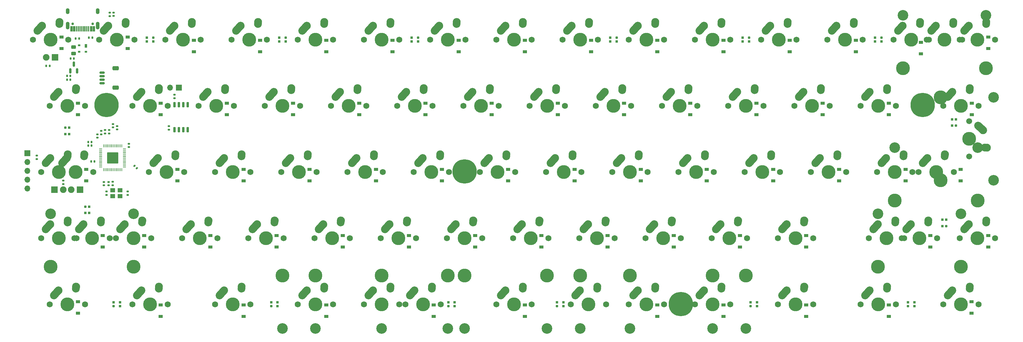
<source format=gbs>
%TF.GenerationSoftware,KiCad,Pcbnew,(6.0.0)*%
%TF.CreationDate,2022-07-31T19:44:35+03:00*%
%TF.ProjectId,SST60,53535436-302e-46b6-9963-61645f706362,0.1*%
%TF.SameCoordinates,Original*%
%TF.FileFunction,Soldermask,Bot*%
%TF.FilePolarity,Negative*%
%FSLAX46Y46*%
G04 Gerber Fmt 4.6, Leading zero omitted, Abs format (unit mm)*
G04 Created by KiCad (PCBNEW (6.0.0)) date 2022-07-31 19:44:35*
%MOMM*%
%LPD*%
G01*
G04 APERTURE LIST*
G04 Aperture macros list*
%AMRoundRect*
0 Rectangle with rounded corners*
0 $1 Rounding radius*
0 $2 $3 $4 $5 $6 $7 $8 $9 X,Y pos of 4 corners*
0 Add a 4 corners polygon primitive as box body*
4,1,4,$2,$3,$4,$5,$6,$7,$8,$9,$2,$3,0*
0 Add four circle primitives for the rounded corners*
1,1,$1+$1,$2,$3*
1,1,$1+$1,$4,$5*
1,1,$1+$1,$6,$7*
1,1,$1+$1,$8,$9*
0 Add four rect primitives between the rounded corners*
20,1,$1+$1,$2,$3,$4,$5,0*
20,1,$1+$1,$4,$5,$6,$7,0*
20,1,$1+$1,$6,$7,$8,$9,0*
20,1,$1+$1,$8,$9,$2,$3,0*%
%AMHorizOval*
0 Thick line with rounded ends*
0 $1 width*
0 $2 $3 position (X,Y) of the first rounded end (center of the circle)*
0 $4 $5 position (X,Y) of the second rounded end (center of the circle)*
0 Add line between two ends*
20,1,$1,$2,$3,$4,$5,0*
0 Add two circle primitives to create the rounded ends*
1,1,$1,$2,$3*
1,1,$1,$4,$5*%
G04 Aperture macros list end*
%ADD10C,1.000000*%
%ADD11C,7.000240*%
%ADD12C,7.001300*%
%ADD13C,1.750000*%
%ADD14C,3.987800*%
%ADD15C,2.250000*%
%ADD16HorizOval,2.250000X0.655001X0.730000X-0.655001X-0.730000X0*%
%ADD17HorizOval,2.250000X0.020000X0.290000X-0.020000X-0.290000X0*%
%ADD18C,1.905000*%
%ADD19R,1.905000X1.905000*%
%ADD20C,3.048000*%
%ADD21C,1.701800*%
%ADD22HorizOval,2.250000X0.290000X-0.019999X-0.290000X0.019999X0*%
%ADD23HorizOval,2.250000X0.730004X-0.654995X-0.730004X0.654995X0*%
%ADD24HorizOval,2.250000X0.655008X0.729993X-0.655008X-0.729993X0*%
%ADD25HorizOval,2.250000X0.020004X0.290000X-0.020004X-0.290000X0*%
%ADD26R,0.700000X1.000000*%
%ADD27R,0.700000X0.600000*%
%ADD28R,1.200000X0.900000*%
%ADD29RoundRect,0.140000X-0.170000X0.140000X-0.170000X-0.140000X0.170000X-0.140000X0.170000X0.140000X0*%
%ADD30RoundRect,0.175000X0.175000X0.175000X-0.175000X0.175000X-0.175000X-0.175000X0.175000X-0.175000X0*%
%ADD31R,0.700000X0.700000*%
%ADD32RoundRect,0.175000X-0.175000X-0.175000X0.175000X-0.175000X0.175000X0.175000X-0.175000X0.175000X0*%
%ADD33RoundRect,0.140000X0.170000X-0.140000X0.170000X0.140000X-0.170000X0.140000X-0.170000X-0.140000X0*%
%ADD34RoundRect,0.140000X0.140000X0.170000X-0.140000X0.170000X-0.140000X-0.170000X0.140000X-0.170000X0*%
%ADD35RoundRect,0.175000X-0.175000X0.175000X-0.175000X-0.175000X0.175000X-0.175000X0.175000X0.175000X0*%
%ADD36RoundRect,0.135000X0.185000X-0.135000X0.185000X0.135000X-0.185000X0.135000X-0.185000X-0.135000X0*%
%ADD37RoundRect,0.135000X0.135000X0.185000X-0.135000X0.185000X-0.135000X-0.185000X0.135000X-0.185000X0*%
%ADD38C,0.750000*%
%ADD39RoundRect,0.050000X-0.300000X-0.725000X0.300000X-0.725000X0.300000X0.725000X-0.300000X0.725000X0*%
%ADD40RoundRect,0.050000X-0.150000X-0.725000X0.150000X-0.725000X0.150000X0.725000X-0.150000X0.725000X0*%
%ADD41O,1.100000X1.700000*%
%ADD42O,1.100000X2.200000*%
%ADD43RoundRect,0.050000X0.387500X0.050000X-0.387500X0.050000X-0.387500X-0.050000X0.387500X-0.050000X0*%
%ADD44RoundRect,0.050000X0.050000X0.387500X-0.050000X0.387500X-0.050000X-0.387500X0.050000X-0.387500X0*%
%ADD45RoundRect,0.144000X1.456000X1.456000X-1.456000X1.456000X-1.456000X-1.456000X1.456000X-1.456000X0*%
%ADD46RoundRect,0.135000X-0.185000X0.135000X-0.185000X-0.135000X0.185000X-0.135000X0.185000X0.135000X0*%
%ADD47R,1.700000X1.700000*%
%ADD48O,1.700000X1.700000*%
%ADD49RoundRect,0.150000X-0.625000X0.150000X-0.625000X-0.150000X0.625000X-0.150000X0.625000X0.150000X0*%
%ADD50RoundRect,0.250000X-0.650000X0.350000X-0.650000X-0.350000X0.650000X-0.350000X0.650000X0.350000X0*%
%ADD51RoundRect,0.135000X-0.135000X-0.185000X0.135000X-0.185000X0.135000X0.185000X-0.135000X0.185000X0*%
%ADD52RoundRect,0.175000X0.175000X-0.175000X0.175000X0.175000X-0.175000X0.175000X-0.175000X-0.175000X0*%
%ADD53R,1.400000X1.200000*%
%ADD54RoundRect,0.150000X0.150000X-0.587500X0.150000X0.587500X-0.150000X0.587500X-0.150000X-0.587500X0*%
%ADD55RoundRect,0.150000X-0.150000X0.650000X-0.150000X-0.650000X0.150000X-0.650000X0.150000X0.650000X0*%
%ADD56RoundRect,0.243750X-0.456250X0.243750X-0.456250X-0.243750X0.456250X-0.243750X0.456250X0.243750X0*%
%ADD57RoundRect,0.140000X-0.219203X-0.021213X-0.021213X-0.219203X0.219203X0.021213X0.021213X0.219203X0*%
G04 APERTURE END LIST*
D10*
%TO.C,He*%
X293635250Y-65714250D03*
X290841250Y-65714250D03*
X290714250Y-70413250D03*
X293635250Y-70413250D03*
D11*
X222636250Y-125331250D03*
D10*
X55709904Y-69657596D03*
D11*
X160336250Y-87131250D03*
D12*
X57336250Y-68031250D03*
D10*
X292186250Y-65731250D03*
X58962596Y-66404904D03*
X59636250Y-68031250D03*
D11*
X292186250Y-68031250D03*
D10*
X57336250Y-65731250D03*
X292186250Y-70331250D03*
X55036250Y-68031250D03*
X58962596Y-69657596D03*
X57336250Y-70331250D03*
X55709904Y-66404904D03*
%TD*%
D13*
%TO.C,1.50u*%
X40957500Y-125412500D03*
D14*
X46037500Y-125412500D03*
D13*
X51117500Y-125412500D03*
D15*
X43537500Y-121412500D03*
D16*
X42882501Y-122142500D03*
D15*
X48577500Y-120332500D03*
D17*
X48557500Y-120622500D03*
%TD*%
D14*
%TO.C,T*%
X146050000Y-68262500D03*
D13*
X151130000Y-68262500D03*
X140970000Y-68262500D03*
D16*
X142895001Y-64992500D03*
D15*
X143550000Y-64262500D03*
X148590000Y-63182500D03*
D17*
X148570000Y-63472500D03*
%TD*%
D13*
%TO.C,Tab*%
X40957500Y-68262500D03*
X51117500Y-68262500D03*
D14*
X46037500Y-68262500D03*
D15*
X43537500Y-64262500D03*
D16*
X42882501Y-64992500D03*
D17*
X48557500Y-63472500D03*
D15*
X48577500Y-63182500D03*
%TD*%
D14*
%TO.C,[*%
X260350000Y-68262500D03*
D13*
X255270000Y-68262500D03*
X265430000Y-68262500D03*
D15*
X257850000Y-64262500D03*
D16*
X257195001Y-64992500D03*
D15*
X262890000Y-63182500D03*
D17*
X262870000Y-63472500D03*
%TD*%
D14*
%TO.C,1.50u*%
X255587500Y-125412500D03*
D13*
X250507500Y-125412500D03*
X260667500Y-125412500D03*
D15*
X253087500Y-121412500D03*
D16*
X252432501Y-122142500D03*
D17*
X258107500Y-120622500D03*
D15*
X258127500Y-120332500D03*
%TD*%
D13*
%TO.C,R*%
X121920000Y-68262500D03*
D14*
X127000000Y-68262500D03*
D13*
X132080000Y-68262500D03*
D16*
X123845001Y-64992500D03*
D15*
X124500000Y-64262500D03*
X129540000Y-63182500D03*
D17*
X129520000Y-63472500D03*
%TD*%
D13*
%TO.C,<*%
X212407500Y-106362500D03*
X222567500Y-106362500D03*
D14*
X217487500Y-106362500D03*
D15*
X214987500Y-102362500D03*
D16*
X214332501Y-103092500D03*
D15*
X220027500Y-101282500D03*
D17*
X220007500Y-101572500D03*
%TD*%
D14*
%TO.C,Stepped*%
X43656250Y-87312500D03*
D13*
X48736250Y-87312500D03*
X38576250Y-87312500D03*
D16*
X40501251Y-84042500D03*
D15*
X41156250Y-83312500D03*
X46196250Y-82232500D03*
D17*
X46176250Y-82522500D03*
D18*
X44926250Y-92392500D03*
D19*
X42386250Y-92392500D03*
%TD*%
D13*
%TO.C,S*%
X88582500Y-87312500D03*
X98742500Y-87312500D03*
D14*
X93662500Y-87312500D03*
D16*
X90507501Y-84042500D03*
D15*
X91162500Y-83312500D03*
X96202500Y-82232500D03*
D17*
X96182500Y-82522500D03*
%TD*%
D13*
%TO.C,B*%
X165417500Y-106362500D03*
D14*
X160337500Y-106362500D03*
D13*
X155257500Y-106362500D03*
D16*
X157182501Y-103092500D03*
D15*
X157837500Y-102362500D03*
D17*
X162857500Y-101572500D03*
D15*
X162877500Y-101282500D03*
%TD*%
D13*
%TO.C,H*%
X164782500Y-87312500D03*
X174942500Y-87312500D03*
D14*
X169862500Y-87312500D03*
D16*
X166707501Y-84042500D03*
D15*
X167362500Y-83312500D03*
D17*
X172382500Y-82522500D03*
D15*
X172402500Y-82232500D03*
%TD*%
D13*
%TO.C,D*%
X117792500Y-87312500D03*
X107632500Y-87312500D03*
D14*
X112712500Y-87312500D03*
D15*
X110212500Y-83312500D03*
D16*
X109557501Y-84042500D03*
D17*
X115232500Y-82522500D03*
D15*
X115252500Y-82232500D03*
%TD*%
D13*
%TO.C,J*%
X183832500Y-87312500D03*
D14*
X188912500Y-87312500D03*
D13*
X193992500Y-87312500D03*
D16*
X185757501Y-84042500D03*
D15*
X186412500Y-83312500D03*
D17*
X191432500Y-82522500D03*
D15*
X191452500Y-82232500D03*
%TD*%
D13*
%TO.C,ISO*%
X289242500Y-87312500D03*
D14*
X284162500Y-87312500D03*
D13*
X279082500Y-87312500D03*
D15*
X281662500Y-83312500D03*
D16*
X281007501Y-84042500D03*
D15*
X286702500Y-82232500D03*
D17*
X286682500Y-82522500D03*
%TD*%
D13*
%TO.C,1u*%
X112395000Y-125412500D03*
D14*
X117475000Y-125412500D03*
D13*
X122555000Y-125412500D03*
D15*
X114975000Y-121412500D03*
D16*
X114320001Y-122142500D03*
D15*
X120015000Y-120332500D03*
D17*
X119995000Y-120622500D03*
%TD*%
D13*
%TO.C,Z*%
X89217500Y-106362500D03*
D14*
X84137500Y-106362500D03*
D13*
X79057500Y-106362500D03*
D16*
X80982501Y-103092500D03*
D15*
X81637500Y-102362500D03*
D17*
X86657500Y-101572500D03*
D15*
X86677500Y-101282500D03*
%TD*%
D13*
%TO.C,1u*%
X302895000Y-106362500D03*
X313055000Y-106362500D03*
D14*
X307975000Y-106362500D03*
D15*
X305475000Y-102362500D03*
D16*
X304820001Y-103092500D03*
D17*
X310495000Y-101572500D03*
D15*
X310515000Y-101282500D03*
%TD*%
D13*
%TO.C,W*%
X93980000Y-68262500D03*
D14*
X88900000Y-68262500D03*
D13*
X83820000Y-68262500D03*
D15*
X86400000Y-64262500D03*
D16*
X85745001Y-64992500D03*
D17*
X91420000Y-63472500D03*
D15*
X91440000Y-63182500D03*
%TD*%
D13*
%TO.C,-*%
X245745000Y-49212500D03*
D14*
X250825000Y-49212500D03*
D13*
X255905000Y-49212500D03*
D15*
X248325000Y-45212500D03*
D16*
X247670001Y-45942500D03*
D15*
X253365000Y-44132500D03*
D17*
X253345000Y-44422500D03*
%TD*%
D14*
%TO.C,1.75u*%
X281781250Y-106362500D03*
D13*
X286861250Y-106362500D03*
X276701250Y-106362500D03*
D16*
X278626251Y-103092500D03*
D15*
X279281250Y-102362500D03*
X284321250Y-101282500D03*
D17*
X284301250Y-101572500D03*
%TD*%
D13*
%TO.C,V*%
X146367500Y-106362500D03*
X136207500Y-106362500D03*
D14*
X141287500Y-106362500D03*
D16*
X138132501Y-103092500D03*
D15*
X138787500Y-102362500D03*
D17*
X143807500Y-101572500D03*
D15*
X143827500Y-101282500D03*
%TD*%
D13*
%TO.C,X*%
X98107500Y-106362500D03*
X108267500Y-106362500D03*
D14*
X103187500Y-106362500D03*
D16*
X100032501Y-103092500D03*
D15*
X100687500Y-102362500D03*
D17*
X105707500Y-101572500D03*
D15*
X105727500Y-101282500D03*
%TD*%
D13*
%TO.C,1u*%
X274320000Y-125412500D03*
X284480000Y-125412500D03*
D14*
X279400000Y-125412500D03*
D16*
X276245001Y-122142500D03*
D15*
X276900000Y-121412500D03*
X281940000Y-120332500D03*
D17*
X281920000Y-120622500D03*
%TD*%
D14*
%TO.C,5*%
X136525000Y-49212500D03*
D13*
X141605000Y-49212500D03*
X131445000Y-49212500D03*
D16*
X133370001Y-45942500D03*
D15*
X134025000Y-45212500D03*
D17*
X139045000Y-44422500D03*
D15*
X139065000Y-44132500D03*
%TD*%
D13*
%TO.C,G*%
X145732500Y-87312500D03*
D14*
X150812500Y-87312500D03*
D13*
X155892500Y-87312500D03*
D16*
X147657501Y-84042500D03*
D15*
X148312500Y-83312500D03*
D17*
X153332500Y-82522500D03*
D15*
X153352500Y-82232500D03*
%TD*%
D13*
%TO.C,1u*%
X226695000Y-125412500D03*
D14*
X231775000Y-125412500D03*
D13*
X236855000Y-125412500D03*
D15*
X229275000Y-121412500D03*
D16*
X228620001Y-122142500D03*
D17*
X234295000Y-120622500D03*
D15*
X234315000Y-120332500D03*
%TD*%
D13*
%TO.C,:*%
X240982500Y-87312500D03*
X251142500Y-87312500D03*
D14*
X246062500Y-87312500D03*
D15*
X243562500Y-83312500D03*
D16*
X242907501Y-84042500D03*
D17*
X248582500Y-82522500D03*
D15*
X248602500Y-82232500D03*
%TD*%
D13*
%TO.C,8*%
X188595000Y-49212500D03*
X198755000Y-49212500D03*
D14*
X193675000Y-49212500D03*
D16*
X190520001Y-45942500D03*
D15*
X191175000Y-45212500D03*
X196215000Y-44132500D03*
D17*
X196195000Y-44422500D03*
%TD*%
D14*
%TO.C,P*%
X241300000Y-68262500D03*
D13*
X246380000Y-68262500D03*
X236220000Y-68262500D03*
D16*
X238145001Y-64992500D03*
D15*
X238800000Y-64262500D03*
D17*
X243820000Y-63472500D03*
D15*
X243840000Y-63182500D03*
%TD*%
D13*
%TO.C,2.25u*%
X153511250Y-125412500D03*
X143351250Y-125412500D03*
D14*
X160369250Y-117157500D03*
D20*
X160369250Y-132397500D03*
D14*
X136493250Y-117157500D03*
D20*
X136493250Y-132397500D03*
D14*
X148431250Y-125412500D03*
D15*
X145931250Y-121412500D03*
D16*
X145276251Y-122142500D03*
D17*
X150951250Y-120622500D03*
D15*
X150971250Y-120332500D03*
%TD*%
D13*
%TO.C,Q*%
X74930000Y-68262500D03*
D14*
X69850000Y-68262500D03*
D13*
X64770000Y-68262500D03*
D16*
X66695001Y-64992500D03*
D15*
X67350000Y-64262500D03*
X72390000Y-63182500D03*
D17*
X72370000Y-63472500D03*
%TD*%
D13*
%TO.C,1*%
X65405000Y-49212500D03*
D14*
X60325000Y-49212500D03*
D13*
X55245000Y-49212500D03*
D16*
X57170001Y-45942500D03*
D15*
X57825000Y-45212500D03*
D17*
X62845000Y-44422500D03*
D15*
X62865000Y-44132500D03*
%TD*%
D13*
%TO.C,Y*%
X170180000Y-68262500D03*
X160020000Y-68262500D03*
D14*
X165100000Y-68262500D03*
D15*
X162600000Y-64262500D03*
D16*
X161945001Y-64992500D03*
D17*
X167620000Y-63472500D03*
D15*
X167640000Y-63182500D03*
%TD*%
D14*
%TO.C,]*%
X279400000Y-68262500D03*
D13*
X274320000Y-68262500D03*
X284480000Y-68262500D03*
D15*
X276900000Y-64262500D03*
D16*
X276245001Y-64992500D03*
D15*
X281940000Y-63182500D03*
D17*
X281920000Y-63472500D03*
%TD*%
D14*
%TO.C,1u/7u/10u*%
X174625000Y-125412500D03*
D13*
X179705000Y-125412500D03*
X169545000Y-125412500D03*
D16*
X171470001Y-122142500D03*
D15*
X172125000Y-121412500D03*
D17*
X177145000Y-120622500D03*
D15*
X177165000Y-120332500D03*
%TD*%
D13*
%TO.C,9*%
X207645000Y-49212500D03*
X217805000Y-49212500D03*
D14*
X212725000Y-49212500D03*
D16*
X209570001Y-45942500D03*
D15*
X210225000Y-45212500D03*
X215265000Y-44132500D03*
D17*
X215245000Y-44422500D03*
%TD*%
D13*
%TO.C,1u*%
X60007500Y-106362500D03*
X70167500Y-106362500D03*
D14*
X65087500Y-106362500D03*
D16*
X61932501Y-103092500D03*
D15*
X62587500Y-102362500D03*
X67627500Y-101282500D03*
D17*
X67607500Y-101572500D03*
%TD*%
D13*
%TO.C,>*%
X231457500Y-106362500D03*
D14*
X236537500Y-106362500D03*
D13*
X241617500Y-106362500D03*
D15*
X234037500Y-102362500D03*
D16*
X233382501Y-103092500D03*
D15*
X239077500Y-101282500D03*
D17*
X239057500Y-101572500D03*
%TD*%
D20*
%TO.C,2.75u*%
X279368250Y-99377500D03*
D14*
X303244250Y-114617500D03*
D13*
X296386250Y-106362500D03*
D14*
X291306250Y-106362500D03*
X279368250Y-114617500D03*
D13*
X286226250Y-106362500D03*
D20*
X303244250Y-99377500D03*
D15*
X288806250Y-102362500D03*
D16*
X288151251Y-103092500D03*
D15*
X293846250Y-101282500D03*
D17*
X293826250Y-101572500D03*
%TD*%
D13*
%TO.C,MX77*%
X169545000Y-125412500D03*
X179705000Y-125412500D03*
D14*
X241300000Y-117157500D03*
D20*
X241300000Y-132397500D03*
D14*
X174625000Y-125412500D03*
D20*
X107950000Y-132397500D03*
D14*
X107950000Y-117157500D03*
D15*
X172125000Y-121412500D03*
D16*
X171470001Y-122142500D03*
D15*
X177165000Y-120332500D03*
D17*
X177145000Y-120622500D03*
%TD*%
D13*
%TO.C,C*%
X127317500Y-106362500D03*
X117157500Y-106362500D03*
D14*
X122237500Y-106362500D03*
D16*
X119082501Y-103092500D03*
D15*
X119737500Y-102362500D03*
D17*
X124757500Y-101572500D03*
D15*
X124777500Y-101282500D03*
%TD*%
D14*
%TO.C,E*%
X107950000Y-68262500D03*
D13*
X113030000Y-68262500D03*
X102870000Y-68262500D03*
D16*
X104795001Y-64992500D03*
D15*
X105450000Y-64262500D03*
D17*
X110470000Y-63472500D03*
D15*
X110490000Y-63182500D03*
%TD*%
D20*
%TO.C,ANSI*%
X308006750Y-80327500D03*
D13*
X301148750Y-87312500D03*
X290988750Y-87312500D03*
D14*
X284130750Y-95567500D03*
X296068750Y-87312500D03*
X308006750Y-95567500D03*
D20*
X284130750Y-80327500D03*
D15*
X293568750Y-83312500D03*
D16*
X292913751Y-84042500D03*
D15*
X298608750Y-82232500D03*
D17*
X298588750Y-82522500D03*
%TD*%
D13*
%TO.C,A*%
X79692500Y-87312500D03*
D14*
X74612500Y-87312500D03*
D13*
X69532500Y-87312500D03*
D15*
X72112500Y-83312500D03*
D16*
X71457501Y-84042500D03*
D15*
X77152500Y-82232500D03*
D17*
X77132500Y-82522500D03*
%TD*%
D14*
%TO.C,1u*%
X307975000Y-49212500D03*
D13*
X313055000Y-49212500D03*
X302895000Y-49212500D03*
D16*
X304820001Y-45942500D03*
D15*
X305475000Y-45212500D03*
X310515000Y-44132500D03*
D17*
X310495000Y-44422500D03*
%TD*%
D14*
%TO.C,0*%
X231775000Y-49212500D03*
D13*
X236855000Y-49212500D03*
X226695000Y-49212500D03*
D15*
X229275000Y-45212500D03*
D16*
X228620001Y-45942500D03*
D17*
X234295000Y-44422500D03*
D15*
X234315000Y-44132500D03*
%TD*%
D13*
%TO.C,L*%
X221932500Y-87312500D03*
X232092500Y-87312500D03*
D14*
X227012500Y-87312500D03*
D16*
X223857501Y-84042500D03*
D15*
X224512500Y-83312500D03*
X229552500Y-82232500D03*
D17*
X229532500Y-82522500D03*
%TD*%
D14*
%TO.C,I*%
X203200000Y-68262500D03*
D13*
X198120000Y-68262500D03*
X208280000Y-68262500D03*
D15*
X200700000Y-64262500D03*
D16*
X200045001Y-64992500D03*
D15*
X205740000Y-63182500D03*
D17*
X205720000Y-63472500D03*
%TD*%
D14*
%TO.C,M*%
X198437500Y-106362500D03*
D13*
X203517500Y-106362500D03*
X193357500Y-106362500D03*
D15*
X195937500Y-102362500D03*
D16*
X195282501Y-103092500D03*
D15*
X200977500Y-101282500D03*
D17*
X200957500Y-101572500D03*
%TD*%
D14*
%TO.C,2u*%
X286512000Y-57467500D03*
X298450000Y-49212500D03*
D20*
X310388000Y-42227500D03*
X286512000Y-42227500D03*
D13*
X303530000Y-49212500D03*
X293370000Y-49212500D03*
D14*
X310388000Y-57467500D03*
D15*
X295950000Y-45212500D03*
D16*
X295295001Y-45942500D03*
D15*
X300990000Y-44132500D03*
D17*
X300970000Y-44422500D03*
%TD*%
D14*
%TO.C,?*%
X255587500Y-106362500D03*
D13*
X260667500Y-106362500D03*
X250507500Y-106362500D03*
D16*
X252432501Y-103092500D03*
D15*
X253087500Y-102362500D03*
X258127500Y-101282500D03*
D17*
X258107500Y-101572500D03*
%TD*%
D13*
%TO.C,F*%
X126682500Y-87312500D03*
D14*
X131762500Y-87312500D03*
D13*
X136842500Y-87312500D03*
D15*
X129262500Y-83312500D03*
D16*
X128607501Y-84042500D03*
D17*
X134282500Y-82522500D03*
D15*
X134302500Y-82232500D03*
%TD*%
D20*
%TO.C,ISO*%
X312578750Y-65849500D03*
D21*
X305593750Y-72707500D03*
D14*
X305593750Y-77787500D03*
X297338750Y-89725500D03*
D20*
X312578750Y-89725500D03*
D21*
X305593750Y-82867500D03*
D14*
X297338750Y-65849500D03*
D22*
X310383750Y-80307499D03*
D15*
X310673750Y-80327500D03*
X309593750Y-75287500D03*
D23*
X308863754Y-74632495D03*
%TD*%
D13*
%TO.C,1u*%
X64770000Y-125412500D03*
X74930000Y-125412500D03*
D14*
X69850000Y-125412500D03*
D16*
X66695001Y-122142500D03*
D15*
X67350000Y-121412500D03*
D17*
X72370000Y-120622500D03*
D15*
X72390000Y-120332500D03*
%TD*%
D13*
%TO.C,N*%
X184467500Y-106362500D03*
D14*
X179387500Y-106362500D03*
D13*
X174307500Y-106362500D03*
D16*
X176232501Y-103092500D03*
D15*
X176887500Y-102362500D03*
D17*
X181907500Y-101572500D03*
D15*
X181927500Y-101282500D03*
%TD*%
D13*
%TO.C,3*%
X93345000Y-49212500D03*
X103505000Y-49212500D03*
D14*
X98425000Y-49212500D03*
D15*
X95925000Y-45212500D03*
D16*
X95270001Y-45942500D03*
D17*
X100945000Y-44422500D03*
D15*
X100965000Y-44132500D03*
%TD*%
D13*
%TO.C,6*%
X150495000Y-49212500D03*
X160655000Y-49212500D03*
D14*
X155575000Y-49212500D03*
D15*
X153075000Y-45212500D03*
D16*
X152420001Y-45942500D03*
D15*
X158115000Y-44132500D03*
D17*
X158095000Y-44422500D03*
%TD*%
D14*
%TO.C,2.75u*%
X196056250Y-125412500D03*
X184118250Y-117157500D03*
D20*
X184118250Y-132397500D03*
D13*
X190976250Y-125412500D03*
D14*
X207994250Y-117157500D03*
D20*
X207994250Y-132397500D03*
D13*
X201136250Y-125412500D03*
D16*
X192901251Y-122142500D03*
D15*
X193556250Y-121412500D03*
X198596250Y-120332500D03*
D17*
X198576250Y-120622500D03*
%TD*%
D13*
%TO.C,"*%
X270192500Y-87312500D03*
D14*
X265112500Y-87312500D03*
D13*
X260032500Y-87312500D03*
D15*
X262612500Y-83312500D03*
D16*
X261957501Y-84042500D03*
D17*
X267632500Y-82522500D03*
D15*
X267652500Y-82232500D03*
%TD*%
D13*
%TO.C,Esc*%
X36195000Y-49212500D03*
D14*
X41275000Y-49212500D03*
D13*
X46355000Y-49212500D03*
D15*
X38775000Y-45212500D03*
D16*
X38120001Y-45942500D03*
D15*
X43815000Y-44132500D03*
D17*
X43795000Y-44422500D03*
D18*
X40005000Y-54292500D03*
D19*
X42545000Y-54292500D03*
%TD*%
D13*
%TO.C,1.50u*%
X98742500Y-125412500D03*
D14*
X93662500Y-125412500D03*
D13*
X88582500Y-125412500D03*
D15*
X91162500Y-121412500D03*
D16*
X90507501Y-122142500D03*
D15*
X96202500Y-120332500D03*
D17*
X96182500Y-120622500D03*
%TD*%
D14*
%TO.C,=*%
X269875000Y-49212500D03*
D13*
X264795000Y-49212500D03*
X274955000Y-49212500D03*
D16*
X266720001Y-45942500D03*
D15*
X267375000Y-45212500D03*
X272415000Y-44132500D03*
D17*
X272395000Y-44422500D03*
%TD*%
D20*
%TO.C,3u*%
X155575000Y-132397500D03*
D13*
X131445000Y-125412500D03*
D20*
X117475000Y-132397500D03*
D14*
X136525000Y-125412500D03*
D13*
X141605000Y-125412500D03*
D14*
X155575000Y-117157500D03*
X117475000Y-117157500D03*
D16*
X133370001Y-122142500D03*
D15*
X134025000Y-121412500D03*
D17*
X139045000Y-120622500D03*
D15*
X139065000Y-120332500D03*
%TD*%
D13*
%TO.C,1u*%
X294005000Y-49212500D03*
D14*
X288925000Y-49212500D03*
D13*
X283845000Y-49212500D03*
D15*
X286425000Y-45212500D03*
D16*
X285770001Y-45942500D03*
D15*
X291465000Y-44132500D03*
D17*
X291445000Y-44422500D03*
%TD*%
D13*
%TO.C,K*%
X213042500Y-87312500D03*
X202882500Y-87312500D03*
D14*
X207962500Y-87312500D03*
D15*
X205462500Y-83312500D03*
D16*
X204807501Y-84042500D03*
D17*
X210482500Y-82522500D03*
D15*
X210502500Y-82232500D03*
%TD*%
D14*
%TO.C,1.25u*%
X43656250Y-106362500D03*
D13*
X38576250Y-106362500D03*
X48736250Y-106362500D03*
D16*
X40501251Y-103092500D03*
D15*
X41156250Y-102362500D03*
D17*
X46176250Y-101572500D03*
D15*
X46196250Y-101282500D03*
%TD*%
D14*
%TO.C,2*%
X79375000Y-49212500D03*
D13*
X84455000Y-49212500D03*
X74295000Y-49212500D03*
D16*
X76220001Y-45942500D03*
D15*
X76875000Y-45212500D03*
D17*
X81895000Y-44422500D03*
D15*
X81915000Y-44132500D03*
%TD*%
D13*
%TO.C,\u005C*%
X298132500Y-68262500D03*
D14*
X303212500Y-68262500D03*
D13*
X308292500Y-68262500D03*
D15*
X300712500Y-64262500D03*
D16*
X300057501Y-64992500D03*
D17*
X305732500Y-63472500D03*
D15*
X305752500Y-63182500D03*
%TD*%
D13*
%TO.C,3u*%
X217805000Y-125412500D03*
D20*
X193675000Y-132397500D03*
D14*
X212725000Y-125412500D03*
D20*
X231775000Y-132397500D03*
D13*
X207645000Y-125412500D03*
D14*
X193675000Y-117157500D03*
X231775000Y-117157500D03*
D15*
X210225000Y-121412500D03*
D16*
X209570001Y-122142500D03*
D15*
X215265000Y-120332500D03*
D17*
X215245000Y-120622500D03*
%TD*%
D14*
%TO.C,Full*%
X48418750Y-87312500D03*
D13*
X43338750Y-87312500D03*
X53498750Y-87312500D03*
D15*
X45918750Y-83312500D03*
D24*
X45263758Y-84042507D03*
D15*
X50958750Y-82232500D03*
D25*
X50938754Y-82522500D03*
D18*
X47148750Y-92392500D03*
D19*
X49688750Y-92392500D03*
%TD*%
D13*
%TO.C,7*%
X169545000Y-49212500D03*
D14*
X174625000Y-49212500D03*
D13*
X179705000Y-49212500D03*
D16*
X171470001Y-45942500D03*
D15*
X172125000Y-45212500D03*
D17*
X177145000Y-44422500D03*
D15*
X177165000Y-44132500D03*
%TD*%
D13*
%TO.C,O*%
X217170000Y-68262500D03*
X227330000Y-68262500D03*
D14*
X222250000Y-68262500D03*
D16*
X219095001Y-64992500D03*
D15*
X219750000Y-64262500D03*
X224790000Y-63182500D03*
D17*
X224770000Y-63472500D03*
%TD*%
D14*
%TO.C,1.50u*%
X303212500Y-125412500D03*
D13*
X298132500Y-125412500D03*
X308292500Y-125412500D03*
D15*
X300712500Y-121412500D03*
D16*
X300057501Y-122142500D03*
D15*
X305752500Y-120332500D03*
D17*
X305732500Y-120622500D03*
%TD*%
D14*
%TO.C,2.25u*%
X53181250Y-106362500D03*
D20*
X65119250Y-99377500D03*
D14*
X65119250Y-114617500D03*
D20*
X41243250Y-99377500D03*
D13*
X58261250Y-106362500D03*
D14*
X41243250Y-114617500D03*
D13*
X48101250Y-106362500D03*
D15*
X50681250Y-102362500D03*
D16*
X50026251Y-103092500D03*
D17*
X55701250Y-101572500D03*
D15*
X55721250Y-101282500D03*
%TD*%
D13*
%TO.C,MX42*%
X179705000Y-125412500D03*
X169545000Y-125412500D03*
D20*
X231775000Y-132397500D03*
D14*
X174625000Y-125412500D03*
X231775000Y-117157500D03*
X117475000Y-117157500D03*
D20*
X117475000Y-132397500D03*
D15*
X172125000Y-121412500D03*
D16*
X171470001Y-122142500D03*
D17*
X177145000Y-120622500D03*
D15*
X177165000Y-120332500D03*
%TD*%
D14*
%TO.C,4*%
X117475000Y-49212500D03*
D13*
X122555000Y-49212500D03*
X112395000Y-49212500D03*
D16*
X114320001Y-45942500D03*
D15*
X114975000Y-45212500D03*
D17*
X119995000Y-44422500D03*
D15*
X120015000Y-44132500D03*
%TD*%
D13*
%TO.C,U*%
X189230000Y-68262500D03*
X179070000Y-68262500D03*
D14*
X184150000Y-68262500D03*
D16*
X180995001Y-64992500D03*
D15*
X181650000Y-64262500D03*
D17*
X186670000Y-63472500D03*
D15*
X186690000Y-63182500D03*
%TD*%
D26*
%TO.C,U4*%
X51425000Y-51025000D03*
D27*
X51425000Y-52725000D03*
X49425000Y-52725000D03*
X49425000Y-50825000D03*
%TD*%
D28*
%TO.C,D19*%
X106275000Y-108900000D03*
X106275000Y-105600000D03*
%TD*%
D29*
%TO.C,C_3V-Decoup8*%
X57900000Y-90170000D03*
X57900000Y-91130000D03*
%TD*%
D28*
%TO.C,D46*%
X220575000Y-108900000D03*
X220575000Y-105600000D03*
%TD*%
D30*
%TO.C,D74*%
X104735000Y-125975000D03*
D31*
X104735000Y-124875000D03*
X106565000Y-124875000D03*
X106565000Y-125975000D03*
%TD*%
D28*
%TO.C,D15*%
X96775000Y-128900000D03*
X96775000Y-125600000D03*
%TD*%
D32*
%TO.C,D71*%
X70765000Y-48675000D03*
D31*
X70765000Y-49775000D03*
X68935000Y-49775000D03*
X68935000Y-48675000D03*
%TD*%
D28*
%TO.C,D63*%
X291725000Y-53300000D03*
X291725000Y-50000000D03*
%TD*%
%TO.C,D35*%
X187250000Y-70800000D03*
X187250000Y-67500000D03*
%TD*%
D33*
%TO.C,C_1V-Decoup2*%
X60425000Y-75080000D03*
X60425000Y-74120000D03*
%TD*%
D28*
%TO.C,D26*%
X149150000Y-70800000D03*
X149150000Y-67500000D03*
%TD*%
D34*
%TO.C,C_LDO2*%
X46930000Y-59650000D03*
X45970000Y-59650000D03*
%TD*%
D28*
%TO.C,D54*%
X263450000Y-70800000D03*
X263450000Y-67500000D03*
%TD*%
D33*
%TO.C,C_3V-Decoup2*%
X54700000Y-77455000D03*
X54700000Y-76495000D03*
%TD*%
D28*
%TO.C,D34*%
X177725000Y-52700000D03*
X177725000Y-49400000D03*
%TD*%
%TO.C,D50*%
X249175000Y-89875000D03*
X249175000Y-86575000D03*
%TD*%
D33*
%TO.C,C_Flash1*%
X75300000Y-75105000D03*
X75300000Y-74145000D03*
%TD*%
D35*
%TO.C,D84*%
X299000000Y-102890000D03*
D31*
X297900000Y-102890000D03*
X297900000Y-101060000D03*
X299000000Y-101060000D03*
%TD*%
D33*
%TO.C,C_3V-Decoup6*%
X63750000Y-80155000D03*
X63750000Y-79195000D03*
%TD*%
D28*
%TO.C,D48*%
X234875000Y-52700000D03*
X234875000Y-49400000D03*
%TD*%
%TO.C,D22*%
X134875000Y-89850000D03*
X134875000Y-86550000D03*
%TD*%
D33*
%TO.C,C_Crystal2*%
X57300000Y-93905000D03*
X57300000Y-92945000D03*
%TD*%
D28*
%TO.C,D40*%
X206300000Y-70800000D03*
X206300000Y-67500000D03*
%TD*%
D36*
%TO.C,R_Crystal1*%
X59075000Y-91135000D03*
X59075000Y-90115000D03*
%TD*%
D28*
%TO.C,D14*%
X96775000Y-89850000D03*
X96775000Y-86550000D03*
%TD*%
D37*
%TO.C,R_LED1*%
X41040000Y-56770000D03*
X40020000Y-56770000D03*
%TD*%
D30*
%TO.C,D78*%
X186960000Y-125975000D03*
D31*
X186960000Y-124875000D03*
X188790000Y-124875000D03*
X188790000Y-125975000D03*
%TD*%
D28*
%TO.C,D10*%
X72950000Y-128900000D03*
X72950000Y-125600000D03*
%TD*%
D32*
%TO.C,D77*%
X204115000Y-48650000D03*
D31*
X204115000Y-49750000D03*
X202285000Y-49750000D03*
X202285000Y-48650000D03*
%TD*%
D28*
%TO.C,D61*%
X294400000Y-108900000D03*
X294400000Y-105600000D03*
%TD*%
D38*
%TO.C,USB1*%
X53340000Y-44637500D03*
X47560000Y-44637500D03*
D39*
X47225000Y-46082500D03*
X48000000Y-46082500D03*
D40*
X48700000Y-46082500D03*
X49200000Y-46082500D03*
X49700000Y-46082500D03*
X50200000Y-46082500D03*
X50700000Y-46082500D03*
X51200000Y-46082500D03*
X51700000Y-46082500D03*
X52200000Y-46082500D03*
D39*
X52900000Y-46082500D03*
X53675000Y-46082500D03*
D41*
X46130000Y-40987500D03*
D42*
X54770000Y-45167500D03*
X46130000Y-45167500D03*
D41*
X54770000Y-40987500D03*
%TD*%
D28*
%TO.C,D9*%
X68200000Y-108900000D03*
X68200000Y-105600000D03*
%TD*%
%TO.C,D37*%
X182500000Y-108900000D03*
X182500000Y-105600000D03*
%TD*%
D33*
%TO.C,C_1V-Decoup1*%
X55850000Y-76455000D03*
X55850000Y-75495000D03*
%TD*%
D43*
%TO.C,U1*%
X62537500Y-80650000D03*
X62537500Y-81050000D03*
X62537500Y-81450000D03*
X62537500Y-81850000D03*
X62537500Y-82250000D03*
X62537500Y-82650000D03*
X62537500Y-83050000D03*
X62537500Y-83450000D03*
X62537500Y-83850000D03*
X62537500Y-84250000D03*
X62537500Y-84650000D03*
X62537500Y-85050000D03*
X62537500Y-85450000D03*
X62537500Y-85850000D03*
D44*
X61700000Y-86687500D03*
X61300000Y-86687500D03*
X60900000Y-86687500D03*
X60500000Y-86687500D03*
X60100000Y-86687500D03*
X59700000Y-86687500D03*
X59300000Y-86687500D03*
X58900000Y-86687500D03*
X58500000Y-86687500D03*
X58100000Y-86687500D03*
X57700000Y-86687500D03*
X57300000Y-86687500D03*
X56900000Y-86687500D03*
X56500000Y-86687500D03*
D43*
X55662500Y-85850000D03*
X55662500Y-85450000D03*
X55662500Y-85050000D03*
X55662500Y-84650000D03*
X55662500Y-84250000D03*
X55662500Y-83850000D03*
X55662500Y-83450000D03*
X55662500Y-83050000D03*
X55662500Y-82650000D03*
X55662500Y-82250000D03*
X55662500Y-81850000D03*
X55662500Y-81450000D03*
X55662500Y-81050000D03*
X55662500Y-80650000D03*
D44*
X56500000Y-79812500D03*
X56900000Y-79812500D03*
X57300000Y-79812500D03*
X57700000Y-79812500D03*
X58100000Y-79812500D03*
X58500000Y-79812500D03*
X58900000Y-79812500D03*
X59300000Y-79812500D03*
X59700000Y-79812500D03*
X60100000Y-79812500D03*
X60500000Y-79812500D03*
X60900000Y-79812500D03*
X61300000Y-79812500D03*
X61700000Y-79812500D03*
D45*
X59100000Y-83250000D03*
%TD*%
D28*
%TO.C,D39*%
X196775000Y-52700000D03*
X196775000Y-49400000D03*
%TD*%
%TO.C,D2*%
X49125000Y-70800000D03*
X49125000Y-67500000D03*
%TD*%
%TO.C,D47*%
X215825000Y-128900000D03*
X215825000Y-125600000D03*
%TD*%
%TO.C,D6*%
X63425000Y-51750000D03*
X63425000Y-48450000D03*
%TD*%
D34*
%TO.C,C_3V-Decoup7*%
X53030000Y-78700000D03*
X52070000Y-78700000D03*
%TD*%
D46*
%TO.C,R_LED2*%
X44890000Y-89760000D03*
X44890000Y-90780000D03*
%TD*%
D30*
%TO.C,D72*%
X59410000Y-125975000D03*
D31*
X59410000Y-124875000D03*
X61240000Y-124875000D03*
X61240000Y-125975000D03*
%TD*%
D32*
%TO.C,D75*%
X146965000Y-48675000D03*
D31*
X146965000Y-49775000D03*
X145135000Y-49775000D03*
X145135000Y-48675000D03*
%TD*%
D34*
%TO.C,C_LDO1*%
X47930000Y-54625000D03*
X46970000Y-54625000D03*
%TD*%
D47*
%TO.C,J2*%
X34550000Y-81925000D03*
D48*
X34550000Y-84465000D03*
X34550000Y-87005000D03*
X34550000Y-89545000D03*
X34550000Y-92085000D03*
%TD*%
D28*
%TO.C,D1*%
X44375000Y-51750000D03*
X44375000Y-48450000D03*
%TD*%
%TO.C,D67*%
X311075000Y-108900000D03*
X311075000Y-105600000D03*
%TD*%
%TO.C,D13*%
X92000000Y-70800000D03*
X92000000Y-67500000D03*
%TD*%
D46*
%TO.C,R_DATA2*%
X56925000Y-75240000D03*
X56925000Y-76260000D03*
%TD*%
D37*
%TO.C,R_USB1*%
X49460000Y-48900000D03*
X48440000Y-48900000D03*
%TD*%
D34*
%TO.C,C_3V-Decoup4*%
X53880000Y-84250000D03*
X52920000Y-84250000D03*
%TD*%
D28*
%TO.C,D21*%
X130100000Y-70800000D03*
X130100000Y-67500000D03*
%TD*%
%TO.C,D52*%
X234875000Y-128900000D03*
X234875000Y-125600000D03*
%TD*%
D46*
%TO.C,R_DATA1*%
X58075000Y-75240000D03*
X58075000Y-76260000D03*
%TD*%
D30*
%TO.C,D76*%
X155685000Y-125975000D03*
D31*
X155685000Y-124875000D03*
X157515000Y-124875000D03*
X157515000Y-125975000D03*
%TD*%
D32*
%TO.C,D79*%
X242215000Y-48675000D03*
D31*
X242215000Y-49775000D03*
X240385000Y-49775000D03*
X240385000Y-48675000D03*
%TD*%
D28*
%TO.C,D4*%
X56275000Y-108900000D03*
X56275000Y-105600000D03*
%TD*%
%TO.C,D3*%
X51525000Y-89850000D03*
X51525000Y-86550000D03*
%TD*%
%TO.C,D36*%
X192025000Y-89850000D03*
X192025000Y-86550000D03*
%TD*%
%TO.C,D12*%
X82475000Y-52700000D03*
X82475000Y-49400000D03*
%TD*%
%TO.C,D25*%
X139625000Y-52700000D03*
X139625000Y-49400000D03*
%TD*%
D47*
%TO.C,SW1*%
X78175000Y-63025000D03*
D48*
X75635000Y-63025000D03*
%TD*%
D28*
%TO.C,D30*%
X158675000Y-52700000D03*
X158675000Y-49400000D03*
%TD*%
%TO.C,D51*%
X239650000Y-108900000D03*
X239650000Y-105600000D03*
%TD*%
D49*
%TO.C,J1*%
X56050000Y-58750000D03*
X56050000Y-59750000D03*
X56050000Y-60750000D03*
X56050000Y-61750000D03*
D50*
X59925000Y-57450000D03*
X59925000Y-63050000D03*
%TD*%
D51*
%TO.C,R_USB2*%
X52265000Y-48600000D03*
X53285000Y-48600000D03*
%TD*%
D28*
%TO.C,D28*%
X144400000Y-108900000D03*
X144400000Y-105600000D03*
%TD*%
%TO.C,D38*%
X177725000Y-128900000D03*
X177725000Y-125600000D03*
%TD*%
D29*
%TO.C,C_Crystal1*%
X63400000Y-92945000D03*
X63400000Y-93905000D03*
%TD*%
D28*
%TO.C,D45*%
X230100000Y-89850000D03*
X230100000Y-86550000D03*
%TD*%
D34*
%TO.C,C_3V-Decoup5*%
X53030000Y-79750000D03*
X52070000Y-79750000D03*
%TD*%
D46*
%TO.C,R_Shield1*%
X58275000Y-41415000D03*
X58275000Y-42435000D03*
%TD*%
D28*
%TO.C,D32*%
X172950000Y-89850000D03*
X172950000Y-86550000D03*
%TD*%
%TO.C,D29*%
X151525000Y-128900000D03*
X151525000Y-125600000D03*
%TD*%
%TO.C,D55*%
X268200000Y-89850000D03*
X268200000Y-86550000D03*
%TD*%
%TO.C,D49*%
X244400000Y-70800000D03*
X244400000Y-67500000D03*
%TD*%
D52*
%TO.C,D70*%
X51225000Y-97310000D03*
D31*
X52325000Y-97310000D03*
X52325000Y-99140000D03*
X51225000Y-99140000D03*
%TD*%
D28*
%TO.C,D24*%
X120575000Y-128900000D03*
X120575000Y-125600000D03*
%TD*%
%TO.C,D5*%
X49150000Y-127950000D03*
X49150000Y-124650000D03*
%TD*%
D53*
%TO.C,Y1*%
X59075000Y-92575000D03*
X61275000Y-92575000D03*
X61275000Y-94275000D03*
X59075000Y-94275000D03*
%TD*%
D28*
%TO.C,D23*%
X125350000Y-108900000D03*
X125350000Y-105600000D03*
%TD*%
%TO.C,D20*%
X120575000Y-52700000D03*
X120575000Y-49400000D03*
%TD*%
%TO.C,D42*%
X201550000Y-108900000D03*
X201550000Y-105600000D03*
%TD*%
%TO.C,D64*%
X303125000Y-89875000D03*
X303125000Y-86575000D03*
%TD*%
%TO.C,D65*%
X311075000Y-51750000D03*
X311075000Y-48450000D03*
%TD*%
%TO.C,D16*%
X101525000Y-52700000D03*
X101525000Y-49400000D03*
%TD*%
%TO.C,D56*%
X258700000Y-108900000D03*
X258700000Y-105600000D03*
%TD*%
%TO.C,D27*%
X153900000Y-89850000D03*
X153900000Y-86550000D03*
%TD*%
D54*
%TO.C,U3*%
X48850000Y-58162500D03*
X46950000Y-58162500D03*
X47900000Y-56287500D03*
%TD*%
D28*
%TO.C,D59*%
X282500000Y-70800000D03*
X282500000Y-67500000D03*
%TD*%
D30*
%TO.C,D82*%
X288010000Y-125975000D03*
D31*
X288010000Y-124875000D03*
X289840000Y-124875000D03*
X289840000Y-125975000D03*
%TD*%
D32*
%TO.C,D81*%
X280315000Y-48675000D03*
D31*
X280315000Y-49775000D03*
X278485000Y-49775000D03*
X278485000Y-48675000D03*
%TD*%
D28*
%TO.C,D58*%
X272975000Y-52700000D03*
X272975000Y-49400000D03*
%TD*%
D33*
%TO.C,C_3V-Decoup3*%
X59175000Y-74455000D03*
X59175000Y-73495000D03*
%TD*%
D28*
%TO.C,D57*%
X258675000Y-128900000D03*
X258675000Y-125600000D03*
%TD*%
D32*
%TO.C,D73*%
X108865000Y-48675000D03*
D31*
X108865000Y-49775000D03*
X107035000Y-49775000D03*
X107035000Y-48675000D03*
%TD*%
D28*
%TO.C,D43*%
X215825000Y-52700000D03*
X215825000Y-49400000D03*
%TD*%
%TO.C,D68*%
X306300000Y-127950000D03*
X306300000Y-124650000D03*
%TD*%
D29*
%TO.C,C_1V-Decoup3*%
X56550000Y-90170000D03*
X56550000Y-91130000D03*
%TD*%
D35*
%TO.C,D83*%
X301775000Y-73965000D03*
D31*
X300675000Y-73965000D03*
X300675000Y-72135000D03*
X301775000Y-72135000D03*
%TD*%
D28*
%TO.C,D66*%
X306325000Y-70800000D03*
X306325000Y-67500000D03*
%TD*%
%TO.C,D62*%
X282500000Y-128900000D03*
X282500000Y-125600000D03*
%TD*%
%TO.C,D18*%
X115800000Y-89850000D03*
X115800000Y-86550000D03*
%TD*%
D30*
%TO.C,D80*%
X242680000Y-125975000D03*
D31*
X242680000Y-124875000D03*
X244510000Y-124875000D03*
X244510000Y-125975000D03*
%TD*%
D33*
%TO.C,C_Shield1*%
X59400000Y-42405000D03*
X59400000Y-41445000D03*
%TD*%
D28*
%TO.C,D33*%
X163450000Y-108900000D03*
X163450000Y-105600000D03*
%TD*%
%TO.C,D8*%
X77725000Y-89850000D03*
X77725000Y-86550000D03*
%TD*%
D55*
%TO.C,U2*%
X76920000Y-67925000D03*
X78190000Y-67925000D03*
X79460000Y-67925000D03*
X80730000Y-67925000D03*
X80730000Y-75125000D03*
X79460000Y-75125000D03*
X78190000Y-75125000D03*
X76920000Y-75125000D03*
%TD*%
D28*
%TO.C,D44*%
X225350000Y-70800000D03*
X225350000Y-67500000D03*
%TD*%
D36*
%TO.C,R_RST1*%
X37300000Y-83585000D03*
X37300000Y-82565000D03*
%TD*%
D28*
%TO.C,D53*%
X253925000Y-52700000D03*
X253925000Y-49400000D03*
%TD*%
%TO.C,D7*%
X72950000Y-70800000D03*
X72950000Y-67500000D03*
%TD*%
D56*
%TO.C,F1*%
X47850000Y-51337500D03*
X47850000Y-53212500D03*
%TD*%
D57*
%TO.C,C_3V-Decoup9*%
X65410589Y-85560589D03*
X66089411Y-86239411D03*
%TD*%
D28*
%TO.C,D60*%
X287275000Y-89850000D03*
X287275000Y-86550000D03*
%TD*%
%TO.C,D31*%
X168200000Y-70800000D03*
X168200000Y-67500000D03*
%TD*%
%TO.C,D11*%
X87225000Y-108900000D03*
X87225000Y-105600000D03*
%TD*%
D34*
%TO.C,C_3V-Decoup1*%
X46930000Y-60750000D03*
X45970000Y-60750000D03*
%TD*%
D28*
%TO.C,D41*%
X211075000Y-89850000D03*
X211075000Y-86550000D03*
%TD*%
D52*
%TO.C,D69*%
X45475000Y-74585000D03*
D31*
X46575000Y-74585000D03*
X46575000Y-76415000D03*
X45475000Y-76415000D03*
%TD*%
D46*
%TO.C,R_Flash1*%
X76900000Y-65090000D03*
X76900000Y-66110000D03*
%TD*%
D28*
%TO.C,D17*%
X111050000Y-70800000D03*
X111050000Y-67500000D03*
%TD*%
M02*

</source>
